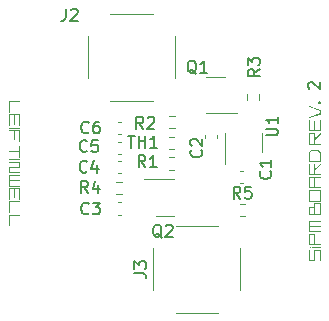
<source format=gto>
%TF.GenerationSoftware,KiCad,Pcbnew,7.0.6*%
%TF.CreationDate,2023-08-28T22:53:50+01:00*%
%TF.ProjectId,SiPM Bias,5369504d-2042-4696-9173-2e6b69636164,rev?*%
%TF.SameCoordinates,Original*%
%TF.FileFunction,Legend,Top*%
%TF.FilePolarity,Positive*%
%FSLAX46Y46*%
G04 Gerber Fmt 4.6, Leading zero omitted, Abs format (unit mm)*
G04 Created by KiCad (PCBNEW 7.0.6) date 2023-08-28 22:53:50*
%MOMM*%
%LPD*%
G01*
G04 APERTURE LIST*
%ADD10C,0.150000*%
%ADD11C,0.120000*%
G04 APERTURE END LIST*
D10*
X162774581Y-86263221D02*
X162822201Y-86215602D01*
X162822201Y-86215602D02*
X162869820Y-86263221D01*
X162869820Y-86263221D02*
X162822201Y-86310840D01*
X162822201Y-86310840D02*
X162774581Y-86263221D01*
X162774581Y-86263221D02*
X162869820Y-86263221D01*
X161965058Y-85072745D02*
X161917439Y-85025126D01*
X161917439Y-85025126D02*
X161869820Y-84929888D01*
X161869820Y-84929888D02*
X161869820Y-84691793D01*
X161869820Y-84691793D02*
X161917439Y-84596555D01*
X161917439Y-84596555D02*
X161965058Y-84548936D01*
X161965058Y-84548936D02*
X162060296Y-84501317D01*
X162060296Y-84501317D02*
X162155534Y-84501317D01*
X162155534Y-84501317D02*
X162298391Y-84548936D01*
X162298391Y-84548936D02*
X162869820Y-85120364D01*
X162869820Y-85120364D02*
X162869820Y-84501317D01*
G36*
X161945213Y-98694871D02*
G01*
X162023371Y-98694871D01*
X162023371Y-99596616D01*
X162398528Y-99596616D01*
X162398528Y-98694871D01*
X162930001Y-98694871D01*
X162930001Y-99679659D01*
X162851843Y-99679659D01*
X162851843Y-98777914D01*
X162476686Y-98777914D01*
X162476686Y-99679659D01*
X162392666Y-99679659D01*
X161945213Y-99679659D01*
X161945213Y-98694871D01*
G37*
G36*
X162226581Y-98560049D02*
G01*
X162226581Y-98477007D01*
X162930001Y-98477007D01*
X162930001Y-98560049D01*
X162226581Y-98560049D01*
G37*
G36*
X162039003Y-98560049D02*
G01*
X162039003Y-98477007D01*
X162117160Y-98477007D01*
X162117160Y-98560049D01*
X162039003Y-98560049D01*
G37*
G36*
X162476686Y-97434578D02*
G01*
X162476686Y-98253280D01*
X162699191Y-98253280D01*
X162846469Y-98253280D01*
X162930001Y-98253280D01*
X162930001Y-98336323D01*
X161945213Y-98336323D01*
X161945213Y-97434578D01*
X162023371Y-97434578D01*
X162023371Y-98253280D01*
X162398528Y-98253280D01*
X162398528Y-97434578D01*
X162023371Y-97434578D01*
X161945213Y-97434578D01*
X161945213Y-97351536D01*
X162476686Y-97351536D01*
X162476686Y-97434578D01*
G37*
G36*
X161945213Y-96231927D02*
G01*
X162930001Y-96231927D01*
X162930001Y-96314969D01*
X162846469Y-96314969D01*
X162699435Y-96314969D01*
X162023371Y-96314969D01*
X162023371Y-96682066D01*
X162930001Y-96682066D01*
X162930001Y-96766574D01*
X162023371Y-96766574D01*
X162023371Y-97133671D01*
X162699435Y-97133671D01*
X162846469Y-97133671D01*
X162930001Y-97133671D01*
X162930001Y-97216714D01*
X161945213Y-97216714D01*
X161945213Y-96231927D01*
G37*
G36*
X162930001Y-95747349D02*
G01*
X161945213Y-95747349D01*
X161945213Y-95195848D01*
X162023371Y-95195848D01*
X162023371Y-95664306D01*
X162398528Y-95664306D01*
X162398528Y-95195848D01*
X162023371Y-95195848D01*
X161945213Y-95195848D01*
X161945213Y-95112806D01*
X162398528Y-95112806D01*
X162398528Y-94845604D01*
X162476686Y-94845604D01*
X162476686Y-95664306D01*
X162851843Y-95664306D01*
X162851843Y-94845604D01*
X162476686Y-94845604D01*
X162398528Y-94845604D01*
X162398528Y-94762562D01*
X162930001Y-94762562D01*
X162930001Y-95747349D01*
G37*
G36*
X162930001Y-93725995D02*
G01*
X162930001Y-94544697D01*
X162930001Y-94627740D01*
X161945213Y-94627740D01*
X161945213Y-93725995D01*
X162023371Y-93725995D01*
X162023371Y-94544697D01*
X162703832Y-94544697D01*
X162851843Y-94544697D01*
X162851843Y-93725995D01*
X162703832Y-93725995D01*
X162023371Y-93725995D01*
X161945213Y-93725995D01*
X161945213Y-93642952D01*
X162930001Y-93642952D01*
X162930001Y-93725995D01*
G37*
G36*
X162930001Y-92606386D02*
G01*
X162846469Y-92606386D01*
X162699191Y-92606386D01*
X162476686Y-92606386D01*
X162476686Y-93425088D01*
X162699191Y-93425088D01*
X162846469Y-93425088D01*
X162930001Y-93425088D01*
X162930001Y-93508130D01*
X162479861Y-93508130D01*
X162395353Y-93508130D01*
X161945213Y-93508130D01*
X161945213Y-92606386D01*
X162023371Y-92606386D01*
X162023371Y-93425088D01*
X162398528Y-93425088D01*
X162398528Y-92606386D01*
X162023371Y-92606386D01*
X161945213Y-92606386D01*
X161945213Y-92523343D01*
X162930001Y-92523343D01*
X162930001Y-92606386D01*
G37*
G36*
X162476686Y-91486776D02*
G01*
X162479861Y-91853873D01*
X162930001Y-91403734D01*
X162930001Y-91521947D01*
X162476686Y-91972087D01*
X162476686Y-92305479D01*
X162699191Y-92305479D01*
X162846469Y-92305479D01*
X162930001Y-92305479D01*
X162930001Y-92388521D01*
X161945213Y-92388521D01*
X161945213Y-91486776D01*
X162023371Y-91486776D01*
X162023371Y-92305479D01*
X162398528Y-92305479D01*
X162398528Y-91486776D01*
X162023371Y-91486776D01*
X161945213Y-91486776D01*
X161945213Y-91403734D01*
X162398528Y-91403734D01*
X162476686Y-91403734D01*
X162476686Y-91486776D01*
G37*
G36*
X162668919Y-90284311D02*
G01*
X162679311Y-90284872D01*
X162689578Y-90285806D01*
X162699721Y-90287113D01*
X162709740Y-90288794D01*
X162719634Y-90290848D01*
X162729403Y-90293276D01*
X162739048Y-90296077D01*
X162748569Y-90299252D01*
X162757965Y-90302801D01*
X162764160Y-90305374D01*
X162773261Y-90309456D01*
X162782157Y-90313826D01*
X162790847Y-90318484D01*
X162799331Y-90323429D01*
X162807608Y-90328662D01*
X162815680Y-90334182D01*
X162823545Y-90339990D01*
X162831204Y-90346086D01*
X162838657Y-90352470D01*
X162845905Y-90359141D01*
X162850622Y-90363748D01*
X162857443Y-90370816D01*
X162863985Y-90378099D01*
X162872274Y-90388144D01*
X162880067Y-90398570D01*
X162885586Y-90406640D01*
X162890826Y-90414924D01*
X162895787Y-90423424D01*
X162900469Y-90432138D01*
X162904872Y-90441066D01*
X162908996Y-90450210D01*
X162912749Y-90459479D01*
X162916134Y-90468877D01*
X162919149Y-90478404D01*
X162921795Y-90488060D01*
X162924072Y-90497844D01*
X162925980Y-90507758D01*
X162927518Y-90517800D01*
X162928688Y-90527971D01*
X162929488Y-90538270D01*
X162929918Y-90548699D01*
X162930001Y-90555723D01*
X162930001Y-91268912D01*
X161945213Y-91268912D01*
X161945213Y-91185869D01*
X162023371Y-91185869D01*
X162851843Y-91185869D01*
X162851843Y-90555723D01*
X162851479Y-90543554D01*
X162850388Y-90531623D01*
X162848569Y-90519931D01*
X162846023Y-90508477D01*
X162842749Y-90497262D01*
X162838748Y-90486285D01*
X162836944Y-90481961D01*
X162832026Y-90471356D01*
X162826583Y-90461215D01*
X162820615Y-90451540D01*
X162814123Y-90442329D01*
X162807105Y-90433584D01*
X162799563Y-90425304D01*
X162796400Y-90422122D01*
X162788159Y-90414446D01*
X162779465Y-90407296D01*
X162770318Y-90400670D01*
X162760717Y-90394568D01*
X162750664Y-90388992D01*
X162740157Y-90383940D01*
X162735827Y-90382066D01*
X162724794Y-90377774D01*
X162713521Y-90374209D01*
X162702010Y-90371372D01*
X162690261Y-90369262D01*
X162678273Y-90367880D01*
X162668511Y-90367298D01*
X162661089Y-90367167D01*
X162214125Y-90367167D01*
X162204248Y-90367400D01*
X162192117Y-90368346D01*
X162180225Y-90370019D01*
X162168571Y-90372420D01*
X162157155Y-90375548D01*
X162145978Y-90379404D01*
X162139386Y-90382066D01*
X162128698Y-90386908D01*
X162118464Y-90392275D01*
X162108682Y-90398166D01*
X162099353Y-90404582D01*
X162090478Y-90411523D01*
X162082056Y-90418989D01*
X162078814Y-90422122D01*
X162071062Y-90430216D01*
X162063835Y-90438775D01*
X162057133Y-90447800D01*
X162050955Y-90457289D01*
X162045302Y-90467244D01*
X162040174Y-90477663D01*
X162038270Y-90481961D01*
X162033978Y-90492843D01*
X162030413Y-90503962D01*
X162027576Y-90515321D01*
X162025466Y-90526917D01*
X162024084Y-90538753D01*
X162023429Y-90550826D01*
X162023371Y-90555723D01*
X162023371Y-91185869D01*
X161945213Y-91185869D01*
X161945213Y-90555723D01*
X161945400Y-90545208D01*
X161945960Y-90534823D01*
X161946894Y-90524566D01*
X161948201Y-90514438D01*
X161949882Y-90504439D01*
X161951937Y-90494569D01*
X161954365Y-90484827D01*
X161957166Y-90475214D01*
X161960341Y-90465730D01*
X161963889Y-90456375D01*
X161966462Y-90450210D01*
X161970545Y-90441066D01*
X161974915Y-90432138D01*
X161979572Y-90423424D01*
X161984517Y-90414924D01*
X161989750Y-90406640D01*
X161995271Y-90398570D01*
X162003079Y-90388144D01*
X162009271Y-90380574D01*
X162015750Y-90373220D01*
X162022517Y-90366080D01*
X162024837Y-90363748D01*
X162031905Y-90356885D01*
X162039188Y-90350310D01*
X162046685Y-90344022D01*
X162054398Y-90338022D01*
X162062324Y-90332310D01*
X162070466Y-90326885D01*
X162078822Y-90321748D01*
X162087393Y-90316899D01*
X162096179Y-90312337D01*
X162105179Y-90308063D01*
X162111298Y-90305374D01*
X162120568Y-90301576D01*
X162129966Y-90298152D01*
X162139493Y-90295102D01*
X162149148Y-90292425D01*
X162158933Y-90290122D01*
X162168846Y-90288192D01*
X162178888Y-90286636D01*
X162189059Y-90285453D01*
X162199359Y-90284643D01*
X162209787Y-90284208D01*
X162216811Y-90284125D01*
X162658402Y-90284125D01*
X162668919Y-90284311D01*
G37*
G36*
X162476686Y-88897802D02*
G01*
X162479861Y-89264899D01*
X162930001Y-88814760D01*
X162930001Y-88932973D01*
X162476686Y-89383113D01*
X162476686Y-89716504D01*
X162699191Y-89716504D01*
X162846469Y-89716504D01*
X162930001Y-89716504D01*
X162930001Y-89799547D01*
X161945213Y-89799547D01*
X161945213Y-88897802D01*
X162023371Y-88897802D01*
X162023371Y-89716504D01*
X162398528Y-89716504D01*
X162398528Y-88897802D01*
X162023371Y-88897802D01*
X161945213Y-88897802D01*
X161945213Y-88814760D01*
X162398528Y-88814760D01*
X162476686Y-88814760D01*
X162476686Y-88897802D01*
G37*
G36*
X161945213Y-87695151D02*
G01*
X162023371Y-87695151D01*
X162023371Y-87778193D01*
X162023371Y-87924495D01*
X162023371Y-88596895D01*
X162398528Y-88596895D01*
X162398528Y-87810433D01*
X162476686Y-87810433D01*
X162476686Y-88596895D01*
X162851843Y-88596895D01*
X162851843Y-87924495D01*
X162851843Y-87778193D01*
X162851843Y-87695151D01*
X162930001Y-87695151D01*
X162930001Y-88679938D01*
X162479861Y-88679938D01*
X162395353Y-88679938D01*
X161945213Y-88679938D01*
X161945213Y-87695151D01*
G37*
G36*
X161945213Y-86575541D02*
G01*
X162004320Y-86575541D01*
X162233664Y-86658584D01*
X162846958Y-86882310D01*
X162930001Y-86911864D01*
X162930001Y-87224006D01*
X162846958Y-87253559D01*
X162233664Y-87477286D01*
X162004320Y-87560328D01*
X161945213Y-87560328D01*
X161945213Y-87477286D01*
X161990398Y-87477286D01*
X162851843Y-87164899D01*
X162851843Y-86970970D01*
X161990398Y-86658584D01*
X161945213Y-86658584D01*
X161945213Y-86575541D01*
G37*
G36*
X137504788Y-86203385D02*
G01*
X137421257Y-86203385D01*
X137315255Y-86203385D01*
X136598158Y-86203385D01*
X136598158Y-86875786D01*
X136598158Y-87022087D01*
X136598158Y-87105130D01*
X136520001Y-87105130D01*
X136520001Y-86120342D01*
X137504788Y-86120342D01*
X137504788Y-86203385D01*
G37*
G36*
X137504788Y-88224739D02*
G01*
X137426630Y-88224739D01*
X137426630Y-88141696D01*
X137426630Y-87995395D01*
X137426630Y-87322994D01*
X137051473Y-87322994D01*
X137051473Y-88109456D01*
X136973315Y-88109456D01*
X136973315Y-87322994D01*
X136598158Y-87322994D01*
X136598158Y-87995395D01*
X136598158Y-88141696D01*
X136598158Y-88224739D01*
X136520001Y-88224739D01*
X136520001Y-87239952D01*
X136970140Y-87239952D01*
X137054648Y-87239952D01*
X137504788Y-87239952D01*
X137504788Y-88224739D01*
G37*
G36*
X137504788Y-88359561D02*
G01*
X137504788Y-88442603D01*
X136520001Y-88442603D01*
X136520001Y-88359561D01*
X137504788Y-88359561D01*
G37*
G36*
X137504788Y-89566121D02*
G01*
X137426630Y-89566121D01*
X137426630Y-89483078D01*
X137426630Y-89336776D01*
X137426630Y-88664376D01*
X137051473Y-88664376D01*
X137051473Y-89450838D01*
X136973315Y-89450838D01*
X136973315Y-88664376D01*
X136641878Y-88664376D01*
X136603532Y-88664376D01*
X136520001Y-88664376D01*
X136520001Y-88581333D01*
X136970140Y-88581333D01*
X137054648Y-88581333D01*
X137504788Y-88581333D01*
X137504788Y-89566121D01*
G37*
G36*
X137504788Y-90895779D02*
G01*
X137426630Y-90895779D01*
X137426630Y-90445639D01*
X136520001Y-90445639D01*
X136520001Y-90361131D01*
X137426630Y-90361131D01*
X137426630Y-89910991D01*
X137504788Y-89910991D01*
X137504788Y-90895779D01*
G37*
G36*
X137504788Y-91030601D02*
G01*
X137504788Y-91113643D01*
X136520001Y-91113643D01*
X136520001Y-91030601D01*
X137504788Y-91030601D01*
G37*
G36*
X137504788Y-92237160D02*
G01*
X136520001Y-92237160D01*
X136520001Y-91787021D01*
X136520001Y-91702513D01*
X137426630Y-91702513D01*
X137426630Y-91335416D01*
X136520001Y-91335416D01*
X136520001Y-91252373D01*
X137504788Y-91252373D01*
X137504788Y-91787021D01*
X136598158Y-91787021D01*
X136598158Y-92154118D01*
X137504788Y-92154118D01*
X137504788Y-92237160D01*
G37*
G36*
X137504788Y-93356770D02*
G01*
X136520001Y-93356770D01*
X136520001Y-92906630D01*
X136520001Y-92822122D01*
X136520001Y-92371982D01*
X137504788Y-92371982D01*
X137504788Y-92455025D01*
X137421257Y-92455025D01*
X137274222Y-92455025D01*
X136598158Y-92455025D01*
X136598158Y-92822122D01*
X137504788Y-92822122D01*
X137504788Y-92906630D01*
X136598158Y-92906630D01*
X136598158Y-93273727D01*
X137274222Y-93273727D01*
X137421257Y-93273727D01*
X137504788Y-93273727D01*
X137504788Y-93356770D01*
G37*
G36*
X137504788Y-94476379D02*
G01*
X137426630Y-94476379D01*
X137426630Y-94393336D01*
X137426630Y-94247035D01*
X137426630Y-93574634D01*
X137051473Y-93574634D01*
X137051473Y-94361096D01*
X136973315Y-94361096D01*
X136973315Y-93574634D01*
X136598158Y-93574634D01*
X136598158Y-94247035D01*
X136598158Y-94393336D01*
X136598158Y-94476379D01*
X136520001Y-94476379D01*
X136520001Y-93491592D01*
X136970140Y-93491592D01*
X137054648Y-93491592D01*
X137504788Y-93491592D01*
X137504788Y-94476379D01*
G37*
G36*
X137504788Y-94694243D02*
G01*
X137421257Y-94694243D01*
X137315255Y-94694243D01*
X136598158Y-94694243D01*
X136598158Y-95366644D01*
X136598158Y-95512945D01*
X136598158Y-95595988D01*
X136520001Y-95595988D01*
X136520001Y-94611201D01*
X137504788Y-94611201D01*
X137504788Y-94694243D01*
G37*
G36*
X137504788Y-95813853D02*
G01*
X137421257Y-95813853D01*
X137315255Y-95813853D01*
X136598158Y-95813853D01*
X136598158Y-96486253D01*
X136598158Y-96632555D01*
X136598158Y-96715597D01*
X136520001Y-96715597D01*
X136520001Y-95730810D01*
X137504788Y-95730810D01*
X137504788Y-95813853D01*
G37*
X152404762Y-83800058D02*
X152309524Y-83752439D01*
X152309524Y-83752439D02*
X152214286Y-83657201D01*
X152214286Y-83657201D02*
X152071429Y-83514343D01*
X152071429Y-83514343D02*
X151976191Y-83466724D01*
X151976191Y-83466724D02*
X151880953Y-83466724D01*
X151928572Y-83704820D02*
X151833334Y-83657201D01*
X151833334Y-83657201D02*
X151738096Y-83561962D01*
X151738096Y-83561962D02*
X151690477Y-83371486D01*
X151690477Y-83371486D02*
X151690477Y-83038153D01*
X151690477Y-83038153D02*
X151738096Y-82847677D01*
X151738096Y-82847677D02*
X151833334Y-82752439D01*
X151833334Y-82752439D02*
X151928572Y-82704820D01*
X151928572Y-82704820D02*
X152119048Y-82704820D01*
X152119048Y-82704820D02*
X152214286Y-82752439D01*
X152214286Y-82752439D02*
X152309524Y-82847677D01*
X152309524Y-82847677D02*
X152357143Y-83038153D01*
X152357143Y-83038153D02*
X152357143Y-83371486D01*
X152357143Y-83371486D02*
X152309524Y-83561962D01*
X152309524Y-83561962D02*
X152214286Y-83657201D01*
X152214286Y-83657201D02*
X152119048Y-83704820D01*
X152119048Y-83704820D02*
X151928572Y-83704820D01*
X153309524Y-83704820D02*
X152738096Y-83704820D01*
X153023810Y-83704820D02*
X153023810Y-82704820D01*
X153023810Y-82704820D02*
X152928572Y-82847677D01*
X152928572Y-82847677D02*
X152833334Y-82942915D01*
X152833334Y-82942915D02*
X152738096Y-82990534D01*
X158304820Y-89011905D02*
X159114343Y-89011905D01*
X159114343Y-89011905D02*
X159209581Y-88964286D01*
X159209581Y-88964286D02*
X159257201Y-88916667D01*
X159257201Y-88916667D02*
X159304820Y-88821429D01*
X159304820Y-88821429D02*
X159304820Y-88630953D01*
X159304820Y-88630953D02*
X159257201Y-88535715D01*
X159257201Y-88535715D02*
X159209581Y-88488096D01*
X159209581Y-88488096D02*
X159114343Y-88440477D01*
X159114343Y-88440477D02*
X158304820Y-88440477D01*
X159304820Y-87440477D02*
X159304820Y-88011905D01*
X159304820Y-87726191D02*
X158304820Y-87726191D01*
X158304820Y-87726191D02*
X158447677Y-87821429D01*
X158447677Y-87821429D02*
X158542915Y-87916667D01*
X158542915Y-87916667D02*
X158590534Y-88011905D01*
X156133333Y-94374819D02*
X155800000Y-93898628D01*
X155561905Y-94374819D02*
X155561905Y-93374819D01*
X155561905Y-93374819D02*
X155942857Y-93374819D01*
X155942857Y-93374819D02*
X156038095Y-93422438D01*
X156038095Y-93422438D02*
X156085714Y-93470057D01*
X156085714Y-93470057D02*
X156133333Y-93565295D01*
X156133333Y-93565295D02*
X156133333Y-93708152D01*
X156133333Y-93708152D02*
X156085714Y-93803390D01*
X156085714Y-93803390D02*
X156038095Y-93851009D01*
X156038095Y-93851009D02*
X155942857Y-93898628D01*
X155942857Y-93898628D02*
X155561905Y-93898628D01*
X157038095Y-93374819D02*
X156561905Y-93374819D01*
X156561905Y-93374819D02*
X156514286Y-93851009D01*
X156514286Y-93851009D02*
X156561905Y-93803390D01*
X156561905Y-93803390D02*
X156657143Y-93755771D01*
X156657143Y-93755771D02*
X156895238Y-93755771D01*
X156895238Y-93755771D02*
X156990476Y-93803390D01*
X156990476Y-93803390D02*
X157038095Y-93851009D01*
X157038095Y-93851009D02*
X157085714Y-93946247D01*
X157085714Y-93946247D02*
X157085714Y-94184342D01*
X157085714Y-94184342D02*
X157038095Y-94279580D01*
X157038095Y-94279580D02*
X156990476Y-94327200D01*
X156990476Y-94327200D02*
X156895238Y-94374819D01*
X156895238Y-94374819D02*
X156657143Y-94374819D01*
X156657143Y-94374819D02*
X156561905Y-94327200D01*
X156561905Y-94327200D02*
X156514286Y-94279580D01*
X147154819Y-100683333D02*
X147869104Y-100683333D01*
X147869104Y-100683333D02*
X148011961Y-100730952D01*
X148011961Y-100730952D02*
X148107200Y-100826190D01*
X148107200Y-100826190D02*
X148154819Y-100969047D01*
X148154819Y-100969047D02*
X148154819Y-101064285D01*
X147154819Y-100302380D02*
X147154819Y-99683333D01*
X147154819Y-99683333D02*
X147535771Y-100016666D01*
X147535771Y-100016666D02*
X147535771Y-99873809D01*
X147535771Y-99873809D02*
X147583390Y-99778571D01*
X147583390Y-99778571D02*
X147631009Y-99730952D01*
X147631009Y-99730952D02*
X147726247Y-99683333D01*
X147726247Y-99683333D02*
X147964342Y-99683333D01*
X147964342Y-99683333D02*
X148059580Y-99730952D01*
X148059580Y-99730952D02*
X148107200Y-99778571D01*
X148107200Y-99778571D02*
X148154819Y-99873809D01*
X148154819Y-99873809D02*
X148154819Y-100159523D01*
X148154819Y-100159523D02*
X148107200Y-100254761D01*
X148107200Y-100254761D02*
X148059580Y-100302380D01*
X141366667Y-78304820D02*
X141366667Y-79019105D01*
X141366667Y-79019105D02*
X141319048Y-79161962D01*
X141319048Y-79161962D02*
X141223810Y-79257201D01*
X141223810Y-79257201D02*
X141080953Y-79304820D01*
X141080953Y-79304820D02*
X140985715Y-79304820D01*
X141795239Y-78400058D02*
X141842858Y-78352439D01*
X141842858Y-78352439D02*
X141938096Y-78304820D01*
X141938096Y-78304820D02*
X142176191Y-78304820D01*
X142176191Y-78304820D02*
X142271429Y-78352439D01*
X142271429Y-78352439D02*
X142319048Y-78400058D01*
X142319048Y-78400058D02*
X142366667Y-78495296D01*
X142366667Y-78495296D02*
X142366667Y-78590534D01*
X142366667Y-78590534D02*
X142319048Y-78733391D01*
X142319048Y-78733391D02*
X141747620Y-79304820D01*
X141747620Y-79304820D02*
X142366667Y-79304820D01*
X143283334Y-88759581D02*
X143235715Y-88807201D01*
X143235715Y-88807201D02*
X143092858Y-88854820D01*
X143092858Y-88854820D02*
X142997620Y-88854820D01*
X142997620Y-88854820D02*
X142854763Y-88807201D01*
X142854763Y-88807201D02*
X142759525Y-88711962D01*
X142759525Y-88711962D02*
X142711906Y-88616724D01*
X142711906Y-88616724D02*
X142664287Y-88426248D01*
X142664287Y-88426248D02*
X142664287Y-88283391D01*
X142664287Y-88283391D02*
X142711906Y-88092915D01*
X142711906Y-88092915D02*
X142759525Y-87997677D01*
X142759525Y-87997677D02*
X142854763Y-87902439D01*
X142854763Y-87902439D02*
X142997620Y-87854820D01*
X142997620Y-87854820D02*
X143092858Y-87854820D01*
X143092858Y-87854820D02*
X143235715Y-87902439D01*
X143235715Y-87902439D02*
X143283334Y-87950058D01*
X144140477Y-87854820D02*
X143950001Y-87854820D01*
X143950001Y-87854820D02*
X143854763Y-87902439D01*
X143854763Y-87902439D02*
X143807144Y-87950058D01*
X143807144Y-87950058D02*
X143711906Y-88092915D01*
X143711906Y-88092915D02*
X143664287Y-88283391D01*
X143664287Y-88283391D02*
X143664287Y-88664343D01*
X143664287Y-88664343D02*
X143711906Y-88759581D01*
X143711906Y-88759581D02*
X143759525Y-88807201D01*
X143759525Y-88807201D02*
X143854763Y-88854820D01*
X143854763Y-88854820D02*
X144045239Y-88854820D01*
X144045239Y-88854820D02*
X144140477Y-88807201D01*
X144140477Y-88807201D02*
X144188096Y-88759581D01*
X144188096Y-88759581D02*
X144235715Y-88664343D01*
X144235715Y-88664343D02*
X144235715Y-88426248D01*
X144235715Y-88426248D02*
X144188096Y-88331010D01*
X144188096Y-88331010D02*
X144140477Y-88283391D01*
X144140477Y-88283391D02*
X144045239Y-88235772D01*
X144045239Y-88235772D02*
X143854763Y-88235772D01*
X143854763Y-88235772D02*
X143759525Y-88283391D01*
X143759525Y-88283391D02*
X143711906Y-88331010D01*
X143711906Y-88331010D02*
X143664287Y-88426248D01*
X143133334Y-92072083D02*
X143085715Y-92119703D01*
X143085715Y-92119703D02*
X142942858Y-92167322D01*
X142942858Y-92167322D02*
X142847620Y-92167322D01*
X142847620Y-92167322D02*
X142704763Y-92119703D01*
X142704763Y-92119703D02*
X142609525Y-92024464D01*
X142609525Y-92024464D02*
X142561906Y-91929226D01*
X142561906Y-91929226D02*
X142514287Y-91738750D01*
X142514287Y-91738750D02*
X142514287Y-91595893D01*
X142514287Y-91595893D02*
X142561906Y-91405417D01*
X142561906Y-91405417D02*
X142609525Y-91310179D01*
X142609525Y-91310179D02*
X142704763Y-91214941D01*
X142704763Y-91214941D02*
X142847620Y-91167322D01*
X142847620Y-91167322D02*
X142942858Y-91167322D01*
X142942858Y-91167322D02*
X143085715Y-91214941D01*
X143085715Y-91214941D02*
X143133334Y-91262560D01*
X143990477Y-91500655D02*
X143990477Y-92167322D01*
X143752382Y-91119703D02*
X143514287Y-91833988D01*
X143514287Y-91833988D02*
X144133334Y-91833988D01*
X152809581Y-90266667D02*
X152857201Y-90314286D01*
X152857201Y-90314286D02*
X152904820Y-90457143D01*
X152904820Y-90457143D02*
X152904820Y-90552381D01*
X152904820Y-90552381D02*
X152857201Y-90695238D01*
X152857201Y-90695238D02*
X152761962Y-90790476D01*
X152761962Y-90790476D02*
X152666724Y-90838095D01*
X152666724Y-90838095D02*
X152476248Y-90885714D01*
X152476248Y-90885714D02*
X152333391Y-90885714D01*
X152333391Y-90885714D02*
X152142915Y-90838095D01*
X152142915Y-90838095D02*
X152047677Y-90790476D01*
X152047677Y-90790476D02*
X151952439Y-90695238D01*
X151952439Y-90695238D02*
X151904820Y-90552381D01*
X151904820Y-90552381D02*
X151904820Y-90457143D01*
X151904820Y-90457143D02*
X151952439Y-90314286D01*
X151952439Y-90314286D02*
X152000058Y-90266667D01*
X152000058Y-89885714D02*
X151952439Y-89838095D01*
X151952439Y-89838095D02*
X151904820Y-89742857D01*
X151904820Y-89742857D02*
X151904820Y-89504762D01*
X151904820Y-89504762D02*
X151952439Y-89409524D01*
X151952439Y-89409524D02*
X152000058Y-89361905D01*
X152000058Y-89361905D02*
X152095296Y-89314286D01*
X152095296Y-89314286D02*
X152190534Y-89314286D01*
X152190534Y-89314286D02*
X152333391Y-89361905D01*
X152333391Y-89361905D02*
X152904820Y-89933333D01*
X152904820Y-89933333D02*
X152904820Y-89314286D01*
X147906547Y-88454819D02*
X147573214Y-87978628D01*
X147335119Y-88454819D02*
X147335119Y-87454819D01*
X147335119Y-87454819D02*
X147716071Y-87454819D01*
X147716071Y-87454819D02*
X147811309Y-87502438D01*
X147811309Y-87502438D02*
X147858928Y-87550057D01*
X147858928Y-87550057D02*
X147906547Y-87645295D01*
X147906547Y-87645295D02*
X147906547Y-87788152D01*
X147906547Y-87788152D02*
X147858928Y-87883390D01*
X147858928Y-87883390D02*
X147811309Y-87931009D01*
X147811309Y-87931009D02*
X147716071Y-87978628D01*
X147716071Y-87978628D02*
X147335119Y-87978628D01*
X148287500Y-87550057D02*
X148335119Y-87502438D01*
X148335119Y-87502438D02*
X148430357Y-87454819D01*
X148430357Y-87454819D02*
X148668452Y-87454819D01*
X148668452Y-87454819D02*
X148763690Y-87502438D01*
X148763690Y-87502438D02*
X148811309Y-87550057D01*
X148811309Y-87550057D02*
X148858928Y-87645295D01*
X148858928Y-87645295D02*
X148858928Y-87740533D01*
X148858928Y-87740533D02*
X148811309Y-87883390D01*
X148811309Y-87883390D02*
X148239881Y-88454819D01*
X148239881Y-88454819D02*
X148858928Y-88454819D01*
X149484802Y-97691490D02*
X149389564Y-97643871D01*
X149389564Y-97643871D02*
X149294326Y-97548633D01*
X149294326Y-97548633D02*
X149151469Y-97405775D01*
X149151469Y-97405775D02*
X149056231Y-97358156D01*
X149056231Y-97358156D02*
X148960993Y-97358156D01*
X149008612Y-97596252D02*
X148913374Y-97548633D01*
X148913374Y-97548633D02*
X148818136Y-97453394D01*
X148818136Y-97453394D02*
X148770517Y-97262918D01*
X148770517Y-97262918D02*
X148770517Y-96929585D01*
X148770517Y-96929585D02*
X148818136Y-96739109D01*
X148818136Y-96739109D02*
X148913374Y-96643871D01*
X148913374Y-96643871D02*
X149008612Y-96596252D01*
X149008612Y-96596252D02*
X149199088Y-96596252D01*
X149199088Y-96596252D02*
X149294326Y-96643871D01*
X149294326Y-96643871D02*
X149389564Y-96739109D01*
X149389564Y-96739109D02*
X149437183Y-96929585D01*
X149437183Y-96929585D02*
X149437183Y-97262918D01*
X149437183Y-97262918D02*
X149389564Y-97453394D01*
X149389564Y-97453394D02*
X149294326Y-97548633D01*
X149294326Y-97548633D02*
X149199088Y-97596252D01*
X149199088Y-97596252D02*
X149008612Y-97596252D01*
X149818136Y-96691490D02*
X149865755Y-96643871D01*
X149865755Y-96643871D02*
X149960993Y-96596252D01*
X149960993Y-96596252D02*
X150199088Y-96596252D01*
X150199088Y-96596252D02*
X150294326Y-96643871D01*
X150294326Y-96643871D02*
X150341945Y-96691490D01*
X150341945Y-96691490D02*
X150389564Y-96786728D01*
X150389564Y-96786728D02*
X150389564Y-96881966D01*
X150389564Y-96881966D02*
X150341945Y-97024823D01*
X150341945Y-97024823D02*
X149770517Y-97596252D01*
X149770517Y-97596252D02*
X150389564Y-97596252D01*
X157754820Y-83404168D02*
X157278629Y-83737501D01*
X157754820Y-83975596D02*
X156754820Y-83975596D01*
X156754820Y-83975596D02*
X156754820Y-83594644D01*
X156754820Y-83594644D02*
X156802439Y-83499406D01*
X156802439Y-83499406D02*
X156850058Y-83451787D01*
X156850058Y-83451787D02*
X156945296Y-83404168D01*
X156945296Y-83404168D02*
X157088153Y-83404168D01*
X157088153Y-83404168D02*
X157183391Y-83451787D01*
X157183391Y-83451787D02*
X157231010Y-83499406D01*
X157231010Y-83499406D02*
X157278629Y-83594644D01*
X157278629Y-83594644D02*
X157278629Y-83975596D01*
X156754820Y-83070834D02*
X156754820Y-82451787D01*
X156754820Y-82451787D02*
X157135772Y-82785120D01*
X157135772Y-82785120D02*
X157135772Y-82642263D01*
X157135772Y-82642263D02*
X157183391Y-82547025D01*
X157183391Y-82547025D02*
X157231010Y-82499406D01*
X157231010Y-82499406D02*
X157326248Y-82451787D01*
X157326248Y-82451787D02*
X157564343Y-82451787D01*
X157564343Y-82451787D02*
X157659581Y-82499406D01*
X157659581Y-82499406D02*
X157707201Y-82547025D01*
X157707201Y-82547025D02*
X157754820Y-82642263D01*
X157754820Y-82642263D02*
X157754820Y-82927977D01*
X157754820Y-82927977D02*
X157707201Y-83023215D01*
X157707201Y-83023215D02*
X157659581Y-83070834D01*
X143233334Y-93904820D02*
X142900001Y-93428629D01*
X142661906Y-93904820D02*
X142661906Y-92904820D01*
X142661906Y-92904820D02*
X143042858Y-92904820D01*
X143042858Y-92904820D02*
X143138096Y-92952439D01*
X143138096Y-92952439D02*
X143185715Y-93000058D01*
X143185715Y-93000058D02*
X143233334Y-93095296D01*
X143233334Y-93095296D02*
X143233334Y-93238153D01*
X143233334Y-93238153D02*
X143185715Y-93333391D01*
X143185715Y-93333391D02*
X143138096Y-93381010D01*
X143138096Y-93381010D02*
X143042858Y-93428629D01*
X143042858Y-93428629D02*
X142661906Y-93428629D01*
X144090477Y-93238153D02*
X144090477Y-93904820D01*
X143852382Y-92857201D02*
X143614287Y-93571486D01*
X143614287Y-93571486D02*
X144233334Y-93571486D01*
X148083334Y-91704820D02*
X147750001Y-91228629D01*
X147511906Y-91704820D02*
X147511906Y-90704820D01*
X147511906Y-90704820D02*
X147892858Y-90704820D01*
X147892858Y-90704820D02*
X147988096Y-90752439D01*
X147988096Y-90752439D02*
X148035715Y-90800058D01*
X148035715Y-90800058D02*
X148083334Y-90895296D01*
X148083334Y-90895296D02*
X148083334Y-91038153D01*
X148083334Y-91038153D02*
X148035715Y-91133391D01*
X148035715Y-91133391D02*
X147988096Y-91181010D01*
X147988096Y-91181010D02*
X147892858Y-91228629D01*
X147892858Y-91228629D02*
X147511906Y-91228629D01*
X149035715Y-91704820D02*
X148464287Y-91704820D01*
X148750001Y-91704820D02*
X148750001Y-90704820D01*
X148750001Y-90704820D02*
X148654763Y-90847677D01*
X148654763Y-90847677D02*
X148559525Y-90942915D01*
X148559525Y-90942915D02*
X148464287Y-90990534D01*
X158659581Y-92066667D02*
X158707201Y-92114286D01*
X158707201Y-92114286D02*
X158754820Y-92257143D01*
X158754820Y-92257143D02*
X158754820Y-92352381D01*
X158754820Y-92352381D02*
X158707201Y-92495238D01*
X158707201Y-92495238D02*
X158611962Y-92590476D01*
X158611962Y-92590476D02*
X158516724Y-92638095D01*
X158516724Y-92638095D02*
X158326248Y-92685714D01*
X158326248Y-92685714D02*
X158183391Y-92685714D01*
X158183391Y-92685714D02*
X157992915Y-92638095D01*
X157992915Y-92638095D02*
X157897677Y-92590476D01*
X157897677Y-92590476D02*
X157802439Y-92495238D01*
X157802439Y-92495238D02*
X157754820Y-92352381D01*
X157754820Y-92352381D02*
X157754820Y-92257143D01*
X157754820Y-92257143D02*
X157802439Y-92114286D01*
X157802439Y-92114286D02*
X157850058Y-92066667D01*
X158754820Y-91114286D02*
X158754820Y-91685714D01*
X158754820Y-91400000D02*
X157754820Y-91400000D01*
X157754820Y-91400000D02*
X157897677Y-91495238D01*
X157897677Y-91495238D02*
X157992915Y-91590476D01*
X157992915Y-91590476D02*
X158040534Y-91685714D01*
X143133335Y-90322083D02*
X143085716Y-90369703D01*
X143085716Y-90369703D02*
X142942859Y-90417322D01*
X142942859Y-90417322D02*
X142847621Y-90417322D01*
X142847621Y-90417322D02*
X142704764Y-90369703D01*
X142704764Y-90369703D02*
X142609526Y-90274464D01*
X142609526Y-90274464D02*
X142561907Y-90179226D01*
X142561907Y-90179226D02*
X142514288Y-89988750D01*
X142514288Y-89988750D02*
X142514288Y-89845893D01*
X142514288Y-89845893D02*
X142561907Y-89655417D01*
X142561907Y-89655417D02*
X142609526Y-89560179D01*
X142609526Y-89560179D02*
X142704764Y-89464941D01*
X142704764Y-89464941D02*
X142847621Y-89417322D01*
X142847621Y-89417322D02*
X142942859Y-89417322D01*
X142942859Y-89417322D02*
X143085716Y-89464941D01*
X143085716Y-89464941D02*
X143133335Y-89512560D01*
X144038097Y-89417322D02*
X143561907Y-89417322D01*
X143561907Y-89417322D02*
X143514288Y-89893512D01*
X143514288Y-89893512D02*
X143561907Y-89845893D01*
X143561907Y-89845893D02*
X143657145Y-89798274D01*
X143657145Y-89798274D02*
X143895240Y-89798274D01*
X143895240Y-89798274D02*
X143990478Y-89845893D01*
X143990478Y-89845893D02*
X144038097Y-89893512D01*
X144038097Y-89893512D02*
X144085716Y-89988750D01*
X144085716Y-89988750D02*
X144085716Y-90226845D01*
X144085716Y-90226845D02*
X144038097Y-90322083D01*
X144038097Y-90322083D02*
X143990478Y-90369703D01*
X143990478Y-90369703D02*
X143895240Y-90417322D01*
X143895240Y-90417322D02*
X143657145Y-90417322D01*
X143657145Y-90417322D02*
X143561907Y-90369703D01*
X143561907Y-90369703D02*
X143514288Y-90322083D01*
X146614287Y-89054820D02*
X147185715Y-89054820D01*
X146900001Y-90054820D02*
X146900001Y-89054820D01*
X147519049Y-90054820D02*
X147519049Y-89054820D01*
X147519049Y-89531010D02*
X148090477Y-89531010D01*
X148090477Y-90054820D02*
X148090477Y-89054820D01*
X149090477Y-90054820D02*
X148519049Y-90054820D01*
X148804763Y-90054820D02*
X148804763Y-89054820D01*
X148804763Y-89054820D02*
X148709525Y-89197677D01*
X148709525Y-89197677D02*
X148614287Y-89292915D01*
X148614287Y-89292915D02*
X148519049Y-89340534D01*
X143283334Y-95622083D02*
X143235715Y-95669703D01*
X143235715Y-95669703D02*
X143092858Y-95717322D01*
X143092858Y-95717322D02*
X142997620Y-95717322D01*
X142997620Y-95717322D02*
X142854763Y-95669703D01*
X142854763Y-95669703D02*
X142759525Y-95574464D01*
X142759525Y-95574464D02*
X142711906Y-95479226D01*
X142711906Y-95479226D02*
X142664287Y-95288750D01*
X142664287Y-95288750D02*
X142664287Y-95145893D01*
X142664287Y-95145893D02*
X142711906Y-94955417D01*
X142711906Y-94955417D02*
X142759525Y-94860179D01*
X142759525Y-94860179D02*
X142854763Y-94764941D01*
X142854763Y-94764941D02*
X142997620Y-94717322D01*
X142997620Y-94717322D02*
X143092858Y-94717322D01*
X143092858Y-94717322D02*
X143235715Y-94764941D01*
X143235715Y-94764941D02*
X143283334Y-94812560D01*
X143616668Y-94717322D02*
X144235715Y-94717322D01*
X144235715Y-94717322D02*
X143902382Y-95098274D01*
X143902382Y-95098274D02*
X144045239Y-95098274D01*
X144045239Y-95098274D02*
X144140477Y-95145893D01*
X144140477Y-95145893D02*
X144188096Y-95193512D01*
X144188096Y-95193512D02*
X144235715Y-95288750D01*
X144235715Y-95288750D02*
X144235715Y-95526845D01*
X144235715Y-95526845D02*
X144188096Y-95622083D01*
X144188096Y-95622083D02*
X144140477Y-95669703D01*
X144140477Y-95669703D02*
X144045239Y-95717322D01*
X144045239Y-95717322D02*
X143759525Y-95717322D01*
X143759525Y-95717322D02*
X143664287Y-95669703D01*
X143664287Y-95669703D02*
X143616668Y-95622083D01*
D11*
%TO.C,Q1*%
X154050001Y-84040001D02*
X153250001Y-84040001D01*
X154050001Y-84040001D02*
X154850001Y-84040001D01*
X154050001Y-87160001D02*
X153250001Y-87160001D01*
X154050001Y-87160001D02*
X155850001Y-87160001D01*
%TO.C,U1*%
X157960001Y-89650001D02*
X157960001Y-88850001D01*
X157960001Y-89650001D02*
X157960001Y-90450001D01*
X154840001Y-89650001D02*
X154840001Y-88850001D01*
X154840001Y-89650001D02*
X154840001Y-91450001D01*
%TO.C,R5*%
X156062742Y-95872500D02*
X156537258Y-95872500D01*
X156062742Y-94827500D02*
X156537258Y-94827500D01*
%TO.C,J3*%
X156130000Y-102150000D02*
X156130000Y-98550000D01*
X148770000Y-102150000D02*
X148770000Y-98550000D01*
X150650000Y-96670000D02*
X154250000Y-96670000D01*
X150650000Y-104030000D02*
X154250000Y-104030000D01*
%TO.C,J2*%
X145100000Y-86080000D02*
X148700000Y-86080000D01*
X145100000Y-78720000D02*
X148700000Y-78720000D01*
X143220000Y-84200000D02*
X143220000Y-80600000D01*
X150580000Y-84200000D02*
X150580000Y-80600000D01*
%TO.C,C6*%
X145734422Y-88922503D02*
X146015582Y-88922503D01*
X145734422Y-87902503D02*
X146015582Y-87902503D01*
%TO.C,C4*%
X145734421Y-91202502D02*
X146015581Y-91202502D01*
X145734421Y-92222502D02*
X146015581Y-92222502D01*
%TO.C,C2*%
X154160001Y-88959421D02*
X154160001Y-89240581D01*
X153140001Y-88959421D02*
X153140001Y-89240581D01*
%TO.C,R2*%
X150087743Y-88435002D02*
X150562259Y-88435002D01*
X150087743Y-87390002D02*
X150562259Y-87390002D01*
%TO.C,Q2*%
X149750001Y-95872501D02*
X150550001Y-95872501D01*
X149750001Y-95872501D02*
X148950001Y-95872501D01*
X149750001Y-92752501D02*
X150550001Y-92752501D01*
X149750001Y-92752501D02*
X147950001Y-92752501D01*
%TO.C,R3*%
X156677501Y-86024760D02*
X156677501Y-85550244D01*
X157722501Y-86024760D02*
X157722501Y-85550244D01*
%TO.C,R4*%
X146112259Y-93985002D02*
X145637743Y-93985002D01*
X146112259Y-92940002D02*
X145637743Y-92940002D01*
%TO.C,R1*%
X150537260Y-90890003D02*
X150062744Y-90890003D01*
X150537260Y-91935003D02*
X150062744Y-91935003D01*
%TO.C,C1*%
X156059421Y-93060001D02*
X156340581Y-93060001D01*
X156059421Y-92040001D02*
X156340581Y-92040001D01*
%TO.C,C5*%
X145734422Y-89552502D02*
X146015582Y-89552502D01*
X145734422Y-90572502D02*
X146015582Y-90572502D01*
%TO.C,TH1*%
X150537260Y-90185003D02*
X150062744Y-90185003D01*
X150537260Y-89140003D02*
X150062744Y-89140003D01*
%TO.C,C3*%
X146065581Y-95722503D02*
X145784421Y-95722503D01*
X146065581Y-94702503D02*
X145784421Y-94702503D01*
%TD*%
M02*

</source>
